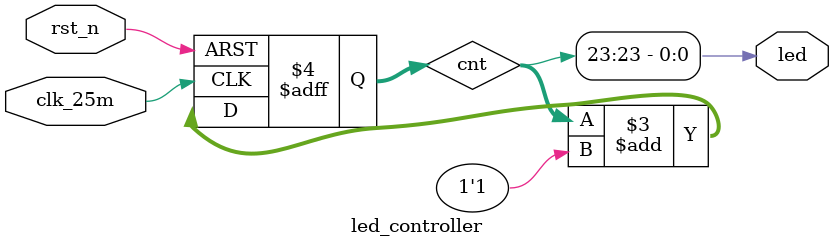
<source format=v>
module led_controller(
	input 	clk_25m,
	input 	rst_n,
	output 	led
	);
	
reg[23:0] cnt;

always @(posedge clk_25m or negedge rst_n)
		if(!rst_n) cnt <= 24'd0;
		else cnt <= cnt + 1'b1;
		
assign led = cnt[23];

endmodule

</source>
